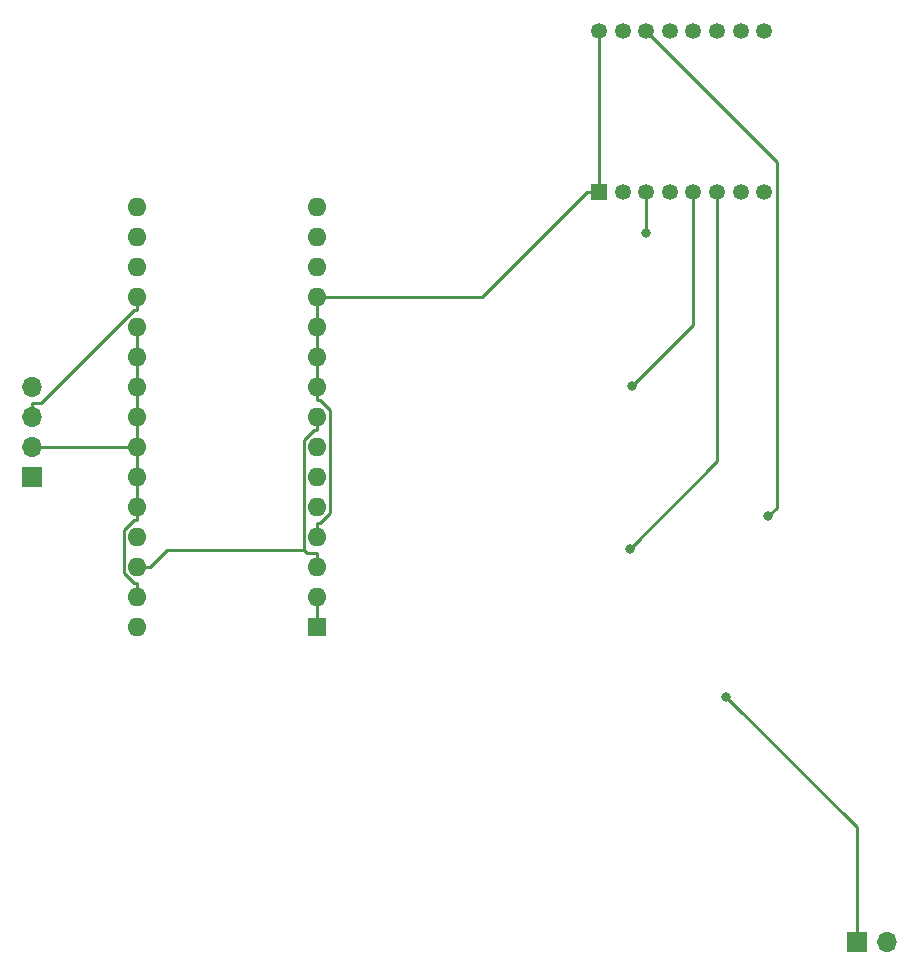
<source format=gbr>
%TF.GenerationSoftware,KiCad,Pcbnew,(5.1.10)-1*%
%TF.CreationDate,2021-06-24T19:27:42+08:00*%
%TF.ProjectId,hoperf_arduino,686f7065-7266-45f6-9172-6475696e6f2e,rev?*%
%TF.SameCoordinates,Original*%
%TF.FileFunction,Copper,L2,Bot*%
%TF.FilePolarity,Positive*%
%FSLAX46Y46*%
G04 Gerber Fmt 4.6, Leading zero omitted, Abs format (unit mm)*
G04 Created by KiCad (PCBNEW (5.1.10)-1) date 2021-06-24 19:27:42*
%MOMM*%
%LPD*%
G01*
G04 APERTURE LIST*
%TA.AperFunction,ComponentPad*%
%ADD10C,1.350000*%
%TD*%
%TA.AperFunction,ComponentPad*%
%ADD11R,1.350000X1.350000*%
%TD*%
%TA.AperFunction,ComponentPad*%
%ADD12O,1.700000X1.700000*%
%TD*%
%TA.AperFunction,ComponentPad*%
%ADD13R,1.700000X1.700000*%
%TD*%
%TA.AperFunction,ComponentPad*%
%ADD14R,1.600000X1.600000*%
%TD*%
%TA.AperFunction,ComponentPad*%
%ADD15O,1.600000X1.600000*%
%TD*%
%TA.AperFunction,ViaPad*%
%ADD16C,0.800000*%
%TD*%
%TA.AperFunction,Conductor*%
%ADD17C,0.250000*%
%TD*%
G04 APERTURE END LIST*
D10*
%TO.P,U2,16*%
%TO.N,GND*%
X102616000Y-65140000D03*
%TO.P,U2,15*%
%TO.N,/L_DIO1*%
X104616000Y-65140000D03*
%TO.P,U2,14*%
%TO.N,/L_DIO0*%
X106616000Y-65140000D03*
%TO.P,U2,13*%
%TO.N,+3V3*%
X108616000Y-65140000D03*
%TO.P,U2,12*%
%TO.N,GND*%
X110616000Y-65140000D03*
%TO.P,U2,11*%
X112616000Y-65140000D03*
%TO.P,U2,10*%
X114616000Y-65140000D03*
%TO.P,U2,9*%
%TO.N,Net-(E1-Pad1)*%
X116616000Y-65140000D03*
%TO.P,U2,8*%
%TO.N,GND*%
X116616000Y-78740000D03*
%TO.P,U2,7*%
X114616000Y-78740000D03*
%TO.P,U2,6*%
%TO.N,/L_RESET*%
X112616000Y-78740000D03*
%TO.P,U2,5*%
%TO.N,/L_CS*%
X110616000Y-78740000D03*
%TO.P,U2,4*%
%TO.N,/L_SCK*%
X108616000Y-78740000D03*
%TO.P,U2,3*%
%TO.N,/L_MOSI*%
X106616000Y-78740000D03*
%TO.P,U2,2*%
%TO.N,/L_MISO*%
X104616000Y-78740000D03*
D11*
%TO.P,U2,1*%
%TO.N,GND*%
X102616000Y-78740000D03*
%TD*%
D12*
%TO.P,BT1,2*%
%TO.N,GND*%
X127000000Y-142240000D03*
D13*
%TO.P,BT1,1*%
%TO.N,+5V*%
X124460000Y-142240000D03*
%TD*%
%TO.P,FC1,1*%
%TO.N,+5V*%
X54610000Y-102870000D03*
D12*
%TO.P,FC1,2*%
%TO.N,GND*%
X54610000Y-100330000D03*
%TO.P,FC1,3*%
%TO.N,/FC_A0*%
X54610000Y-97790000D03*
%TO.P,FC1,4*%
%TO.N,GND*%
X54610000Y-95250000D03*
%TD*%
D14*
%TO.P,A1,1*%
%TO.N,GND*%
X78740000Y-115570000D03*
D15*
%TO.P,A1,17*%
%TO.N,N/C*%
X63500000Y-82550000D03*
%TO.P,A1,2*%
%TO.N,GND*%
X78740000Y-113030000D03*
%TO.P,A1,18*%
X63500000Y-85090000D03*
%TO.P,A1,3*%
%TO.N,/H_RESET*%
X78740000Y-110490000D03*
%TO.P,A1,19*%
%TO.N,/FC_A0*%
X63500000Y-87630000D03*
%TO.P,A1,4*%
%TO.N,GND*%
X78740000Y-107950000D03*
%TO.P,A1,20*%
X63500000Y-90170000D03*
%TO.P,A1,5*%
%TO.N,/H_DIO0*%
X78740000Y-105410000D03*
%TO.P,A1,21*%
%TO.N,GND*%
X63500000Y-92710000D03*
%TO.P,A1,6*%
%TO.N,/H_DIO1*%
X78740000Y-102870000D03*
%TO.P,A1,22*%
%TO.N,GND*%
X63500000Y-95250000D03*
%TO.P,A1,7*%
%TO.N,N/C*%
X78740000Y-100330000D03*
%TO.P,A1,23*%
%TO.N,GND*%
X63500000Y-97790000D03*
%TO.P,A1,8*%
%TO.N,/H_RESET*%
X78740000Y-97790000D03*
%TO.P,A1,24*%
%TO.N,GND*%
X63500000Y-100330000D03*
%TO.P,A1,9*%
X78740000Y-95250000D03*
%TO.P,A1,25*%
X63500000Y-102870000D03*
%TO.P,A1,10*%
X78740000Y-92710000D03*
%TO.P,A1,26*%
X63500000Y-105410000D03*
%TO.P,A1,11*%
X78740000Y-90170000D03*
%TO.P,A1,27*%
%TO.N,N/C*%
X63500000Y-107950000D03*
%TO.P,A1,12*%
%TO.N,GND*%
X78740000Y-87630000D03*
%TO.P,A1,28*%
%TO.N,/H_RESET*%
X63500000Y-110490000D03*
%TO.P,A1,13*%
%TO.N,/H_CS*%
X78740000Y-85090000D03*
%TO.P,A1,29*%
%TO.N,GND*%
X63500000Y-113030000D03*
%TO.P,A1,14*%
%TO.N,/H_MOSI*%
X78740000Y-82550000D03*
%TO.P,A1,30*%
%TO.N,+5V*%
X63500000Y-115570000D03*
%TO.P,A1,15*%
%TO.N,/H_MISO*%
X78740000Y-80010000D03*
%TO.P,A1,16*%
%TO.N,/H_SCK*%
X63500000Y-80010000D03*
%TD*%
D16*
%TO.N,/L_RESET*%
X105220200Y-108961500D03*
%TO.N,+5V*%
X113387500Y-121485800D03*
%TO.N,/L_DIO0*%
X116941600Y-106216600D03*
%TO.N,/L_MOSI*%
X106616000Y-82223100D03*
%TO.N,/L_CS*%
X105446100Y-95152700D03*
%TD*%
D17*
%TO.N,GND*%
X78740000Y-95250000D02*
X78740000Y-96375300D01*
X78740000Y-96375300D02*
X79021400Y-96375300D01*
X79021400Y-96375300D02*
X79865300Y-97219200D01*
X79865300Y-97219200D02*
X79865300Y-105980800D01*
X79865300Y-105980800D02*
X79021400Y-106824700D01*
X79021400Y-106824700D02*
X78740000Y-106824700D01*
X78740000Y-92710000D02*
X78740000Y-95250000D01*
X78740000Y-107950000D02*
X78740000Y-106824700D01*
X102616000Y-78740000D02*
X101615700Y-78740000D01*
X78740000Y-87630000D02*
X92725700Y-87630000D01*
X92725700Y-87630000D02*
X101615700Y-78740000D01*
X78740000Y-90170000D02*
X78740000Y-87630000D01*
X63500000Y-100330000D02*
X55785300Y-100330000D01*
X54610000Y-100330000D02*
X55785300Y-100330000D01*
X63500000Y-100330000D02*
X63500000Y-97790000D01*
X63500000Y-105410000D02*
X63500000Y-106535300D01*
X63500000Y-113030000D02*
X63500000Y-111904700D01*
X63500000Y-111904700D02*
X63218700Y-111904700D01*
X63218700Y-111904700D02*
X62374700Y-111060700D01*
X62374700Y-111060700D02*
X62374700Y-107379200D01*
X62374700Y-107379200D02*
X63218600Y-106535300D01*
X63218600Y-106535300D02*
X63500000Y-106535300D01*
X102616000Y-78740000D02*
X102616000Y-65140000D01*
X78740000Y-113030000D02*
X78740000Y-115570000D01*
X63500000Y-92710000D02*
X63500000Y-90170000D01*
X63500000Y-95250000D02*
X63500000Y-92710000D01*
X63500000Y-97790000D02*
X63500000Y-95250000D01*
X63500000Y-102870000D02*
X63500000Y-100330000D01*
X63500000Y-105410000D02*
X63500000Y-102870000D01*
X78740000Y-90170000D02*
X78740000Y-92710000D01*
%TO.N,/L_RESET*%
X112616000Y-78740000D02*
X112616000Y-101565700D01*
X112616000Y-101565700D02*
X105220200Y-108961500D01*
%TO.N,+5V*%
X113387500Y-121485800D02*
X124460000Y-132558300D01*
X124460000Y-132558300D02*
X124460000Y-142240000D01*
%TO.N,/H_RESET*%
X77614700Y-109107400D02*
X66007900Y-109107400D01*
X66007900Y-109107400D02*
X64625300Y-110490000D01*
X78740000Y-109364700D02*
X77872000Y-109364700D01*
X77872000Y-109364700D02*
X77614700Y-109107400D01*
X78740000Y-98915300D02*
X78458700Y-98915300D01*
X78458700Y-98915300D02*
X77614700Y-99759300D01*
X77614700Y-99759300D02*
X77614700Y-109107400D01*
X63500000Y-110490000D02*
X64625300Y-110490000D01*
X78740000Y-110490000D02*
X78740000Y-109364700D01*
X78740000Y-97790000D02*
X78740000Y-98915300D01*
%TO.N,/L_DIO0*%
X116941600Y-106216600D02*
X117661600Y-105496600D01*
X117661600Y-105496600D02*
X117661600Y-76185600D01*
X117661600Y-76185600D02*
X106616000Y-65140000D01*
%TO.N,/L_MOSI*%
X106616000Y-78740000D02*
X106616000Y-82223100D01*
%TO.N,/L_CS*%
X105446100Y-95152700D02*
X110616000Y-89982800D01*
X110616000Y-89982800D02*
X110616000Y-78740000D01*
%TO.N,/FC_A0*%
X54610000Y-97790000D02*
X54610000Y-96614700D01*
X63500000Y-87630000D02*
X63500000Y-88755300D01*
X63500000Y-88755300D02*
X63218600Y-88755300D01*
X63218600Y-88755300D02*
X55359200Y-96614700D01*
X55359200Y-96614700D02*
X54610000Y-96614700D01*
%TD*%
M02*

</source>
